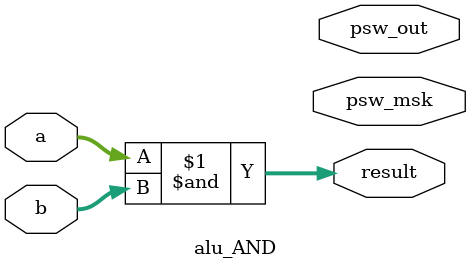
<source format=sv>
module alu_AND (
    input logic [15:0] a,    // Operand A
    input logic [15:0] b,    // Operand B
	 output logic [15:0] psw_out,
	 output logic [15:0] psw_msk,
    output logic [15:0] result // Result
);
    assign result = a & b; // Bitwise AND operation
endmodule
</source>
